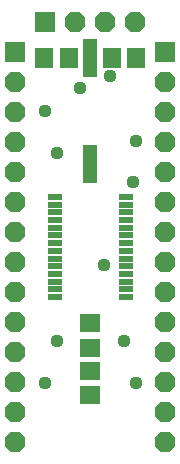
<source format=gts>
G75*
%MOIN*%
%OFA0B0*%
%FSLAX25Y25*%
%IPPOS*%
%LPD*%
%AMOC8*
5,1,8,0,0,1.08239X$1,22.5*
%
%ADD10R,0.04737X0.12611*%
%ADD11R,0.03937X0.11811*%
%ADD12R,0.06312X0.06706*%
%ADD13R,0.05512X0.05906*%
%ADD14R,0.06706X0.06312*%
%ADD15R,0.05906X0.05512*%
%ADD16R,0.06737X0.06737*%
%ADD17OC8,0.06737*%
%ADD18R,0.04737X0.02178*%
%ADD19R,0.03937X0.01378*%
%ADD20C,0.04369*%
D10*
X0034071Y0101591D03*
X0034071Y0137024D03*
D11*
X0034071Y0137024D03*
X0034071Y0101591D03*
D12*
X0041256Y0137024D03*
X0049327Y0137024D03*
X0026886Y0137024D03*
X0018815Y0137024D03*
D13*
X0018815Y0137024D03*
X0026886Y0137024D03*
X0041256Y0137024D03*
X0049327Y0137024D03*
D14*
X0034071Y0048539D03*
X0034071Y0040469D03*
X0034071Y0032791D03*
X0034071Y0024720D03*
D15*
X0034071Y0024720D03*
X0034071Y0032791D03*
X0034071Y0040469D03*
X0034071Y0048539D03*
D16*
X0059071Y0139031D03*
X0019071Y0149031D03*
X0009071Y0139031D03*
D17*
X0009071Y0009031D03*
X0009071Y0019031D03*
X0009071Y0029031D03*
X0009071Y0039031D03*
X0009071Y0049031D03*
X0009071Y0059031D03*
X0009071Y0069031D03*
X0009071Y0079031D03*
X0009071Y0089031D03*
X0009071Y0099031D03*
X0009071Y0109031D03*
X0009071Y0119031D03*
X0009071Y0129031D03*
X0029071Y0149031D03*
X0039071Y0149031D03*
X0049071Y0149031D03*
X0059071Y0129031D03*
X0059071Y0119031D03*
X0059071Y0109031D03*
X0059071Y0099031D03*
X0059071Y0089031D03*
X0059071Y0079031D03*
X0059071Y0069031D03*
X0059071Y0059031D03*
X0059071Y0049031D03*
X0059071Y0039031D03*
X0059071Y0029031D03*
X0059071Y0019031D03*
X0059071Y0009031D03*
D18*
X0045882Y0057398D03*
X0045882Y0059957D03*
X0045882Y0062516D03*
X0045882Y0065075D03*
X0045882Y0067634D03*
X0045882Y0070193D03*
X0045882Y0072752D03*
X0045882Y0075311D03*
X0045882Y0077870D03*
X0045882Y0080429D03*
X0045882Y0082988D03*
X0045882Y0085547D03*
X0045882Y0088106D03*
X0045882Y0090665D03*
X0022260Y0090665D03*
X0022260Y0088106D03*
X0022260Y0085547D03*
X0022260Y0082988D03*
X0022260Y0080429D03*
X0022260Y0077870D03*
X0022260Y0075311D03*
X0022260Y0072752D03*
X0022260Y0070193D03*
X0022260Y0067634D03*
X0022260Y0065075D03*
X0022260Y0062516D03*
X0022260Y0059957D03*
X0022260Y0057398D03*
D19*
X0022260Y0057398D03*
X0022260Y0059957D03*
X0022260Y0062516D03*
X0022260Y0065075D03*
X0022260Y0067634D03*
X0022260Y0070193D03*
X0022260Y0072752D03*
X0022260Y0075311D03*
X0022260Y0077870D03*
X0022260Y0080429D03*
X0022260Y0082988D03*
X0022260Y0085547D03*
X0022260Y0088106D03*
X0022260Y0090665D03*
X0045882Y0090665D03*
X0045882Y0088106D03*
X0045882Y0085547D03*
X0045882Y0082988D03*
X0045882Y0080429D03*
X0045882Y0077870D03*
X0045882Y0075311D03*
X0045882Y0072752D03*
X0045882Y0070193D03*
X0045882Y0067634D03*
X0045882Y0065075D03*
X0045882Y0062516D03*
X0045882Y0059957D03*
X0045882Y0057398D03*
D20*
X0045291Y0042535D03*
X0049228Y0028756D03*
X0038598Y0068126D03*
X0048441Y0095685D03*
X0049228Y0109465D03*
X0040567Y0131118D03*
X0030724Y0127181D03*
X0022850Y0105528D03*
X0018913Y0119307D03*
X0022850Y0042535D03*
X0018913Y0028756D03*
M02*

</source>
